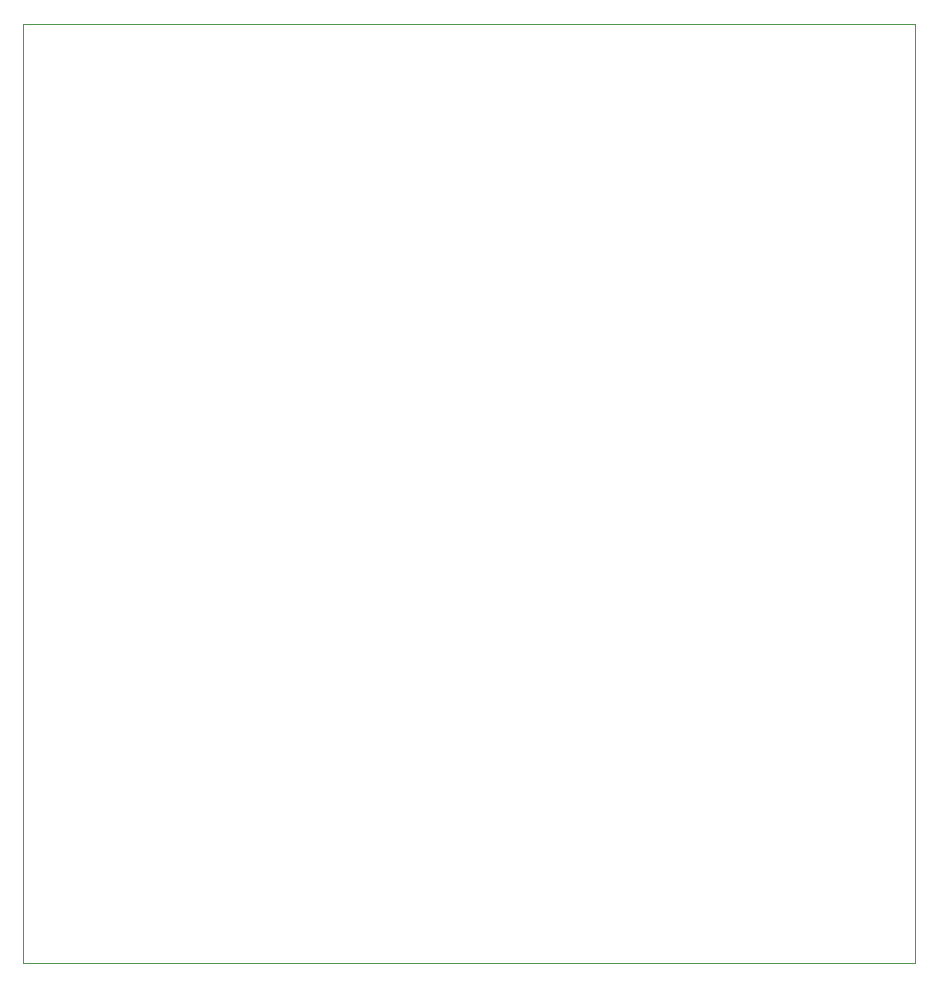
<source format=gbr>
%TF.GenerationSoftware,KiCad,Pcbnew,9.0.4*%
%TF.CreationDate,2025-11-12T21:33:31+11:00*%
%TF.ProjectId,Jet Ranger Auto Pilot Audio,4a657420-5261-46e6-9765-72204175746f,rev?*%
%TF.SameCoordinates,Original*%
%TF.FileFunction,Profile,NP*%
%FSLAX46Y46*%
G04 Gerber Fmt 4.6, Leading zero omitted, Abs format (unit mm)*
G04 Created by KiCad (PCBNEW 9.0.4) date 2025-11-12 21:33:31*
%MOMM*%
%LPD*%
G01*
G04 APERTURE LIST*
%TA.AperFunction,Profile*%
%ADD10C,0.100000*%
%TD*%
G04 APERTURE END LIST*
D10*
X89000000Y-77500000D02*
X164500000Y-77500000D01*
X164500000Y-157000000D01*
X89000000Y-157000000D01*
X89000000Y-77500000D01*
M02*

</source>
